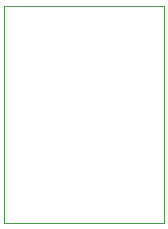
<source format=gbr>
G04 #@! TF.GenerationSoftware,KiCad,Pcbnew,8.0.1*
G04 #@! TF.CreationDate,2025-02-25T21:17:40-07:00*
G04 #@! TF.ProjectId,IRRemote,49525265-6d6f-4746-952e-6b696361645f,rev?*
G04 #@! TF.SameCoordinates,Original*
G04 #@! TF.FileFunction,Profile,NP*
%FSLAX46Y46*%
G04 Gerber Fmt 4.6, Leading zero omitted, Abs format (unit mm)*
G04 Created by KiCad (PCBNEW 8.0.1) date 2025-02-25 21:17:40*
%MOMM*%
%LPD*%
G01*
G04 APERTURE LIST*
G04 #@! TA.AperFunction,Profile*
%ADD10C,0.050000*%
G04 #@! TD*
G04 APERTURE END LIST*
D10*
X131690000Y-64440000D02*
X145200000Y-64440000D01*
X145200000Y-82850000D01*
X131690000Y-82850000D01*
X131690000Y-64440000D01*
M02*

</source>
